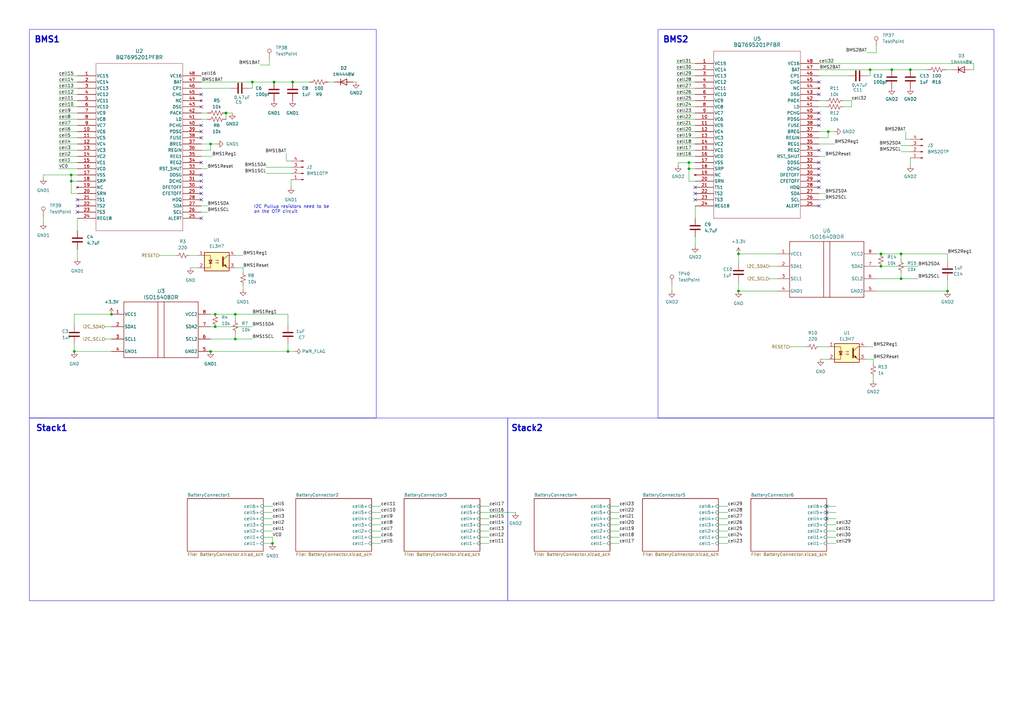
<source format=kicad_sch>
(kicad_sch (version 20231120) (generator "eeschema") (generator_version "8.0")
  (paper "A3")
  (lib_symbols
    (symbol "Connector:Conn_01x04_Pin" (pin_names (offset 1.016) hide)
      (property "Reference" "J" (at 0 5.08 0))
      (property "Value" "Conn_01x04_Pin" (at 0 -7.62 0))
      (symbol "Conn_01x04_Pin_1_1"
        (polyline (pts (xy 1.27 -5.08) (xy 0.8636 -5.08)) (stroke (width 0.1524)))
        (polyline (pts (xy 1.27 -2.54) (xy 0.8636 -2.54)) (stroke (width 0.1524)))
        (polyline (pts (xy 1.27 0) (xy 0.8636 0)) (stroke (width 0.1524)))
        (polyline (pts (xy 1.27 2.54) (xy 0.8636 2.54)) (stroke (width 0.1524)))
        (rectangle (start 0.8636 -4.953) (end 0 -5.207) (stroke (width 0.1524)) (fill (type outline)))
        (rectangle (start 0.8636 -2.413) (end 0 -2.667) (stroke (width 0.1524)) (fill (type outline)))
        (rectangle (start 0.8636 0.127) (end 0 -0.127) (stroke (width 0.1524)) (fill (type outline)))
        (rectangle (start 0.8636 2.667) (end 0 2.413) (stroke (width 0.1524)) (fill (type outline)))
        (pin passive line (at 5.08 2.54 180) (length 3.81) (name "Pin_1") (number "1"))
        (pin passive line (at 5.08 0 180) (length 3.81) (name "Pin_2") (number "2"))
        (pin passive line (at 5.08 -2.54 180) (length 3.81) (name "Pin_3") (number "3"))
        (pin passive line (at 5.08 -5.08 180) (length 3.81) (name "Pin_4") (number "4"))
      )
    )
    (symbol "Connector:TestPoint" (pin_numbers hide) (pin_names (offset 0.762) hide)
      (property "Reference" "TP" (at 0 6.858 0))
      (property "Value" "TestPoint" (at 0 5.08 0))
      (symbol "TestPoint_0_1"
        (circle (center 0 3.302) (radius 0.762))
      )
      (symbol "TestPoint_1_1"
        (pin passive line (at 0 0 90) (length 2.54) (name "1") (number "1"))
      )
    )
    (symbol "Device:C" (pin_numbers hide) (pin_names (offset 0.254))
      (property "Reference" "C" (at 0.635 2.54 0))
      (property "Value" "C" (at 0.635 -2.54 0))
      (symbol "C_0_1"
        (polyline (pts (xy -2.032 -0.762) (xy 2.032 -0.762)) (stroke (width 0.508)))
        (polyline (pts (xy -2.032 0.762) (xy 2.032 0.762)) (stroke (width 0.508)))
      )
      (symbol "C_1_1"
        (pin passive line (at 0 3.81 270) (length 2.794) (name "~") (number "1"))
        (pin passive line (at 0 -3.81 90) (length 2.794) (name "~") (number "2"))
      )
    )
    (symbol "Device:R_Small_US" (pin_numbers hide) (pin_names (offset 0.254) hide)
      (property "Reference" "R" (at 0.762 0.508 0))
      (property "Value" "R_Small_US" (at 0.762 -1.016 0))
      (symbol "R_Small_US_1_1"
        (polyline (pts (xy 0 0) (xy 1.016 -0.381) (xy 0 -0.762) (xy -1.016 -1.143) (xy 0 -1.524)))
        (polyline (pts (xy 0 1.524) (xy 1.016 1.143) (xy 0 0.762) (xy -1.016 0.381) (xy 0 0)))
        (pin passive line (at 0 2.54 270) (length 1.016) (name "~") (number "1"))
        (pin passive line (at 0 -2.54 90) (length 1.016) (name "~") (number "2"))
      )
    )
    (symbol "Device:R_US" (pin_numbers hide) (pin_names (offset 0))
      (property "Reference" "R" (at 2.54 0 90))
      (property "Value" "R_US" (at -2.54 0 90))
      (symbol "R_US_0_1"
        (polyline (pts (xy 0 -2.286) (xy 0 -2.54)))
        (polyline (pts (xy 0 2.286) (xy 0 2.54)))
        (polyline (pts (xy 0 -0.762) (xy 1.016 -1.143) (xy 0 -1.524) (xy -1.016 -1.905) (xy 0 -2.286)))
        (polyline (pts (xy 0 0.762) (xy 1.016 0.381) (xy 0 0) (xy -1.016 -0.381) (xy 0 -0.762)))
        (polyline (pts (xy 0 2.286) (xy 1.016 1.905) (xy 0 1.524) (xy -1.016 1.143) (xy 0 0.762)))
      )
      (symbol "R_US_1_1"
        (pin passive line (at 0 3.81 270) (length 1.27) (name "~") (number "1"))
        (pin passive line (at 0 -3.81 90) (length 1.27) (name "~") (number "2"))
      )
    )
    (symbol "Diode:1N4448W" (pin_numbers hide) (pin_names hide)
      (property "Reference" "D" (at 0 2.54 0))
      (property "Value" "1N4448W" (at 0 -2.54 0))
      (symbol "1N4448W_0_1"
        (polyline (pts (xy -1.27 1.27) (xy -1.27 -1.27)) (stroke (width 0.254)))
        (polyline (pts (xy 1.27 0) (xy -1.27 0)))
        (polyline (pts (xy 1.27 1.27) (xy 1.27 -1.27) (xy -1.27 0) (xy 1.27 1.27)) (stroke (width 0.254)))
      )
      (symbol "1N4448W_1_1"
        (pin passive line (at -3.81 0 0) (length 2.54) (name "K") (number "1"))
        (pin passive line (at 3.81 0 180) (length 2.54) (name "A") (number "2"))
      )
    )
    (symbol "Isolator:EL817" (pin_names (offset 1.016))
      (property "Reference" "U" (at -5.08 5.08 0))
      (property "Value" "EL817" (at 0 5.08 0))
      (symbol "EL817_0_1"
        (rectangle (start -5.08 3.81) (end 5.08 -3.81) (stroke (width 0.254)) (fill (type background)))
        (polyline (pts (xy -3.175 -0.635) (xy -1.905 -0.635)) (stroke (width 0.254)))
        (polyline (pts (xy 2.54 0.635) (xy 4.445 2.54)))
        (polyline (pts (xy 4.445 -2.54) (xy 2.54 -0.635)) (fill (type outline)))
        (polyline (pts (xy 4.445 -2.54) (xy 5.08 -2.54)))
        (polyline (pts (xy 4.445 2.54) (xy 5.08 2.54)))
        (polyline (pts (xy -5.08 2.54) (xy -2.54 2.54) (xy -2.54 -0.635)))
        (polyline (pts (xy -2.54 -0.635) (xy -2.54 -2.54) (xy -5.08 -2.54)))
        (polyline (pts (xy 2.54 1.905) (xy 2.54 -1.905) (xy 2.54 -1.905)) (stroke (width 0.508)))
        (polyline (pts (xy -2.54 -0.635) (xy -3.175 0.635) (xy -1.905 0.635) (xy -2.54 -0.635)) (stroke (width 0.254)))
        (polyline (pts (xy -0.508 -0.508) (xy 0.762 -0.508) (xy 0.381 -0.635) (xy 0.381 -0.381) (xy 0.762 -0.508)))
        (polyline (pts (xy -0.508 0.508) (xy 0.762 0.508) (xy 0.381 0.381) (xy 0.381 0.635) (xy 0.762 0.508)))
        (polyline (pts (xy 3.048 -1.651) (xy 3.556 -1.143) (xy 4.064 -2.159) (xy 3.048 -1.651) (xy 3.048 -1.651)) (fill (type outline)))
      )
      (symbol "EL817_1_1"
        (pin passive line (at -7.62 2.54 0) (length 2.54) (name "~") (number "1"))
        (pin passive line (at -7.62 -2.54 0) (length 2.54) (name "~") (number "2"))
        (pin passive line (at 7.62 -2.54 180) (length 2.54) (name "~") (number "3"))
        (pin passive line (at 7.62 2.54 180) (length 2.54) (name "~") (number "4"))
      )
    )
    (symbol "power:+3.3V" (power) (pin_names (offset 0))
      (property "Value" "+3.3V" (at 0 3.556 0))
      (symbol "+3.3V_0_1"
        (polyline (pts (xy -0.762 1.27) (xy 0 2.54)))
        (polyline (pts (xy 0 0) (xy 0 2.54)))
        (polyline (pts (xy 0 2.54) (xy 0.762 1.27)))
      )
      (symbol "+3.3V_1_1"
        (pin power_in line (at 0 0 90) (length 0) hide (name "+3.3V") (number "1"))
      )
    )
    (symbol "power:GND" (power) (pin_names (offset 0))
      (property "Value" "GND" (at 0 -3.81 0))
      (symbol "GND_0_1"
        (polyline (pts (xy 0 0) (xy 0 -1.27) (xy 1.27 -1.27) (xy 0 -2.54) (xy -1.27 -1.27) (xy 0 -1.27)))
      )
      (symbol "GND_1_1"
        (pin power_in line (at 0 0 270) (length 0) hide (name "GND") (number "1"))
      )
    )
    (symbol "power:GND1" (power) (pin_names (offset 0))
      (property "Value" "GND1" (at 0 -3.81 0))
      (symbol "GND1_0_1"
        (polyline (pts (xy 0 0) (xy 0 -1.27) (xy 1.27 -1.27) (xy 0 -2.54) (xy -1.27 -1.27) (xy 0 -1.27)))
      )
      (symbol "GND1_1_1"
        (pin power_in line (at 0 0 270) (length 0) hide (name "GND1") (number "1"))
      )
    )
    (symbol "power:GND2" (power) (pin_names (offset 0))
      (property "Value" "GND2" (at 0 -3.81 0))
      (symbol "GND2_0_1"
        (polyline (pts (xy 0 0) (xy 0 -1.27) (xy 1.27 -1.27) (xy 0 -2.54) (xy -1.27 -1.27) (xy 0 -1.27)))
      )
      (symbol "GND2_1_1"
        (pin power_in line (at 0 0 270) (length 0) hide (name "GND2") (number "1"))
      )
    )
    (symbol "power:PWR_FLAG" (power) (pin_numbers hide) (pin_names (offset 0) hide)
      (property "Value" "PWR_FLAG" (at 0 3.81 0))
      (symbol "PWR_FLAG_0_0"
        (pin power_out line (at 0 0 90) (length 0) (name "pwr") (number "1"))
      )
      (symbol "PWR_FLAG_0_1"
        (polyline (pts (xy 0 0) (xy 0 1.27) (xy -1.016 1.905) (xy 0 2.54) (xy 1.016 1.905) (xy 0 1.27)))
      )
    )
    (symbol "utsvt-chips:BQ7695201PFBR" (pin_names (offset 0.254))
      (property "Reference" "U" (at 25.4 10.16 0))
      (property "Value" "BQ7695201PFBR" (at 25.4 7.62 0))
      (symbol "BQ7695201PFBR_0_1"
        (polyline (pts (xy 7.62 -63.5) (xy 43.18 -63.5)) (stroke (width 0.127)))
        (polyline (pts (xy 7.62 5.08) (xy 7.62 -63.5)) (stroke (width 0.127)))
        (polyline (pts (xy 43.18 -63.5) (xy 43.18 5.08)) (stroke (width 0.127)))
        (polyline (pts (xy 43.18 5.08) (xy 7.62 5.08)) (stroke (width 0.127)))
        (pin input line (at 0 0 0) (length 7.62) (name "VC15") (number "1"))
        (pin input line (at 0 -22.86 0) (length 7.62) (name "VC6") (number "10"))
        (pin input line (at 0 -25.4 0) (length 7.62) (name "VC5") (number "11"))
        (pin input line (at 0 -27.94 0) (length 7.62) (name "VC4") (number "12"))
        (pin input line (at 0 -30.48 0) (length 7.62) (name "VC3") (number "13"))
        (pin input line (at 0 -33.02 0) (length 7.62) (name "VC2") (number "14"))
        (pin input line (at 0 -35.56 0) (length 7.62) (name "VC1") (number "15"))
        (pin input line (at 0 -38.1 0) (length 7.62) (name "VC0") (number "16"))
        (pin power_in line (at 0 -40.64 0) (length 7.62) (name "VSS") (number "17"))
        (pin input line (at 0 -43.18 0) (length 7.62) (name "SRP") (number "18"))
        (pin no_connect line (at 0 -45.72 0) (length 7.62) (name "NC") (number "19"))
        (pin input line (at 0 -2.54 0) (length 7.62) (name "VC14") (number "2"))
        (pin bidirectional line (at 0 -50.8 0) (length 7.62) (name "TS1") (number "21"))
        (pin bidirectional line (at 0 -53.34 0) (length 7.62) (name "TS2") (number "22"))
        (pin bidirectional line (at 0 -55.88 0) (length 7.62) (name "TS3") (number "23"))
        (pin output line (at 0 -58.42 0) (length 7.62) (name "REG18") (number "24"))
        (pin bidirectional line (at 50.8 -58.42 180) (length 7.62) (name "ALERT") (number "25"))
        (pin bidirectional line (at 50.8 -55.88 180) (length 7.62) (name "SCL") (number "26"))
        (pin bidirectional line (at 50.8 -53.34 180) (length 7.62) (name "SDA") (number "27"))
        (pin bidirectional line (at 50.8 -50.8 180) (length 7.62) (name "HDQ") (number "28"))
        (pin bidirectional line (at 50.8 -48.26 180) (length 7.62) (name "CFETOFF") (number "29"))
        (pin input line (at 0 -5.08 0) (length 7.62) (name "VC13") (number "3"))
        (pin bidirectional line (at 50.8 -45.72 180) (length 7.62) (name "DFETOFF") (number "30"))
        (pin bidirectional line (at 50.8 -43.18 180) (length 7.62) (name "DCHG") (number "31"))
        (pin bidirectional line (at 50.8 -40.64 180) (length 7.62) (name "DDSG") (number "32"))
        (pin input line (at 50.8 -38.1 180) (length 7.62) (name "RST_SHUT") (number "33"))
        (pin output line (at 50.8 -35.56 180) (length 7.62) (name "REG2") (number "34"))
        (pin output line (at 50.8 -33.02 180) (length 7.62) (name "REG1") (number "35"))
        (pin input line (at 50.8 -30.48 180) (length 7.62) (name "REGIN") (number "36"))
        (pin output line (at 50.8 -27.94 180) (length 7.62) (name "BREG") (number "37"))
        (pin bidirectional line (at 50.8 -25.4 180) (length 7.62) (name "FUSE") (number "38"))
        (pin output line (at 50.8 -22.86 180) (length 7.62) (name "PDSG") (number "39"))
        (pin input line (at 0 -7.62 0) (length 7.62) (name "VC12") (number "4"))
        (pin output line (at 50.8 -20.32 180) (length 7.62) (name "PCHG") (number "40"))
        (pin bidirectional line (at 50.8 -17.78 180) (length 7.62) (name "LD") (number "41"))
        (pin input line (at 50.8 -15.24 180) (length 7.62) (name "PACK") (number "42"))
        (pin output line (at 50.8 -12.7 180) (length 7.62) (name "DSG") (number "43"))
        (pin no_connect line (at 50.8 -10.16 180) (length 7.62) (name "NC") (number "44"))
        (pin output line (at 50.8 -7.62 180) (length 7.62) (name "CHG") (number "45"))
        (pin bidirectional line (at 50.8 -5.08 180) (length 7.62) (name "CP1") (number "46"))
        (pin input line (at 50.8 -2.54 180) (length 7.62) (name "BAT") (number "47"))
        (pin input line (at 50.8 0 180) (length 7.62) (name "VC16") (number "48"))
        (pin input line (at 0 -10.16 0) (length 7.62) (name "VC11") (number "5"))
        (pin input line (at 0 -12.7 0) (length 7.62) (name "VC10") (number "6"))
        (pin input line (at 0 -15.24 0) (length 7.62) (name "VC9") (number "7"))
        (pin input line (at 0 -17.78 0) (length 7.62) (name "VC8") (number "8"))
        (pin input line (at 0 -20.32 0) (length 7.62) (name "VC7") (number "9"))
      )
      (symbol "BQ7695201PFBR_1_1"
        (pin input line (at 0 -48.26 0) (length 7.62) (name "SRN") (number "20"))
      )
    )
    (symbol "utsvt-chips:ISO1640BDR" (pin_names (offset 0.254))
      (property "Reference" "U" (at 0 2.54 0))
      (property "Value" "ISO1640BDR" (at 0 0 0))
      (symbol "ISO1640BDR_0_1"
        (polyline (pts (xy 5.08 -17.78) (xy 35.56 -17.78)) (stroke (width 0.2032)))
        (polyline (pts (xy 5.08 5.08) (xy 5.08 -17.78)) (stroke (width 0.2032)))
        (polyline (pts (xy 19.05 5.08) (xy 19.05 -17.78)) (stroke (width 0.2032)))
        (polyline (pts (xy 21.59 5.08) (xy 21.59 -17.78)) (stroke (width 0.2032)))
        (polyline (pts (xy 35.56 -17.78) (xy 35.56 5.08)) (stroke (width 0.2032)))
        (polyline (pts (xy 35.56 5.08) (xy 5.08 5.08)) (stroke (width 0.2032)))
        (pin power_in line (at 0 0 0) (length 5.08) (name "VCC1") (number "1"))
        (pin bidirectional line (at 0 -5.08 0) (length 5.08) (name "SDA1") (number "2"))
        (pin bidirectional line (at 0 -10.16 0) (length 5.08) (name "SCL1") (number "3"))
        (pin power_in line (at 0 -15.24 0) (length 5.08) (name "GND1") (number "4"))
        (pin power_in line (at 40.64 -15.24 180) (length 5.08) (name "GND2") (number "5"))
        (pin bidirectional line (at 40.64 -10.16 180) (length 5.08) (name "SCL2") (number "6"))
        (pin bidirectional line (at 40.64 -5.08 180) (length 5.08) (name "SDA2") (number "7"))
        (pin power_in line (at 40.64 0 180) (length 5.08) (name "VCC2") (number "8"))
      )
    )
  )
  (junction (at 29.21 74.295))
  (junction (at 86.36 144.145))
  (junction (at 96.52 139.065))
  (junction (at 302.895 104.14))
  (junction (at 120.015 33.655))
  (junction (at 86.36 59.055))
  (junction (at 103.505 33.655))
  (junction (at 118.11 144.145))
  (junction (at 339.725 53.975))
  (junction (at 361.315 109.22))
  (junction (at 112.395 33.655))
  (junction (at 111.76 222.885))
  (junction (at 282.575 66.675))
  (junction (at 282.575 69.215))
  (junction (at 45.72 128.905))
  (junction (at 88.265 133.985))
  (junction (at 369.57 104.14))
  (junction (at 365.76 28.575))
  (junction (at 29.21 71.755))
  (junction (at 356.87 28.575))
  (junction (at 361.315 104.14))
  (junction (at 30.48 144.145))
  (junction (at 388.62 119.38))
  (junction (at 96.52 128.905))
  (junction (at 369.57 114.3))
  (junction (at 302.895 119.38))
  (junction (at 373.38 28.575))
  (junction (at 92.71 46.355))
  (junction (at 88.265 128.905))
  (no_connect (at 335.915 61.595))
  (no_connect (at 335.915 51.435))
  (no_connect (at 335.915 38.735))
  (no_connect (at 82.55 56.515))
  (no_connect (at 339.09 210.185))
  (no_connect (at 335.915 84.455))
  (no_connect (at 335.915 74.295))
  (no_connect (at 335.915 76.835))
  (no_connect (at 285.115 79.375))
  (no_connect (at 285.115 76.835))
  (no_connect (at 82.55 89.535))
  (no_connect (at 82.55 43.815))
  (no_connect (at 82.55 81.915))
  (no_connect (at 82.55 79.375))
  (no_connect (at 335.915 46.355))
  (no_connect (at 335.915 71.755))
  (no_connect (at 31.75 84.455))
  (no_connect (at 335.915 33.655))
  (no_connect (at 335.915 48.895))
  (no_connect (at 82.55 76.835))
  (no_connect (at 82.55 66.675))
  (no_connect (at 339.09 207.645))
  (no_connect (at 31.75 86.995))
  (no_connect (at 335.915 66.675))
  (no_connect (at 82.55 71.755))
  (no_connect (at 82.55 38.735))
  (no_connect (at 82.55 53.975))
  (no_connect (at 335.915 69.215))
  (no_connect (at 31.75 81.915))
  (no_connect (at 285.115 81.915))
  (no_connect (at 82.55 51.435))
  (no_connect (at 339.09 212.725))
  (no_connect (at 82.55 74.295))
  (wire (pts (xy 277.495 48.895) (xy 285.115 48.895)))
  (wire (pts (xy 88.265 133.985) (xy 103.505 133.985)))
  (wire (pts (xy 88.9 59.055) (xy 86.36 59.055)))
  (wire (pts (xy 302.895 115.57) (xy 302.895 119.38)))
  (wire (pts (xy 152.4 217.805) (xy 156.21 217.805)))
  (wire (pts (xy 277.495 59.055) (xy 285.115 59.055)))
  (wire (pts (xy 88.265 128.905) (xy 96.52 128.905)))
  (wire (pts (xy 361.315 104.14) (xy 369.57 104.14)))
  (wire (pts (xy 277.495 53.975) (xy 285.115 53.975)))
  (wire (pts (xy 399.415 26.035) (xy 399.415 28.575)))
  (wire (pts (xy 365.76 28.575) (xy 373.38 28.575)))
  (wire (pts (xy 107.95 220.345) (xy 111.76 220.345)))
  (wire (pts (xy 359.41 21.59) (xy 359.41 19.05)))
  (wire (pts (xy 109.22 71.12) (xy 119.38 71.12)))
  (wire (pts (xy 24.13 38.735) (xy 31.75 38.735)))
  (wire (pts (xy 103.505 33.655) (xy 112.395 33.655)))
  (wire (pts (xy 82.55 48.895) (xy 85.09 48.895)))
  (wire (pts (xy 294.64 217.805) (xy 298.45 217.805)))
  (wire (pts (xy 335.915 81.915) (xy 338.455 81.915)))
  (wire (pts (xy 277.495 46.355) (xy 285.115 46.355)))
  (wire (pts (xy 78.105 109.855) (xy 81.28 109.855)))
  (wire (pts (xy 24.13 53.975) (xy 31.75 53.975)))
  (wire (pts (xy 30.48 140.97) (xy 30.48 144.145)))
  (wire (pts (xy 24.13 61.595) (xy 31.75 61.595)))
  (wire (pts (xy 342.265 53.975) (xy 339.725 53.975)))
  (wire (pts (xy 277.495 61.595) (xy 285.115 61.595)))
  (wire (pts (xy 277.495 26.035) (xy 285.115 26.035)))
  (wire (pts (xy 356.87 28.575) (xy 365.76 28.575)))
  (wire (pts (xy 358.14 147.32) (xy 358.14 149.225)))
  (wire (pts (xy 339.09 212.725) (xy 342.9 212.725)))
  (wire (pts (xy 29.21 71.755) (xy 31.75 71.755)))
  (wire (pts (xy 24.13 48.895) (xy 31.75 48.895)))
  (wire (pts (xy 107.95 212.725) (xy 111.76 212.725)))
  (wire (pts (xy 339.725 53.975) (xy 339.725 56.515)))
  (wire (pts (xy 152.4 220.345) (xy 156.21 220.345)))
  (wire (pts (xy 86.36 128.905) (xy 88.265 128.905)))
  (wire (pts (xy 388.62 114.935) (xy 388.62 119.38)))
  (wire (pts (xy 371.475 53.975) (xy 371.475 57.15)))
  (wire (pts (xy 369.57 104.14) (xy 369.57 106.68)))
  (wire (pts (xy 82.55 69.215) (xy 85.09 69.215)))
  (wire (pts (xy 387.985 28.575) (xy 390.525 28.575)))
  (wire (pts (xy 359.41 114.3) (xy 369.57 114.3)))
  (wire (pts (xy 152.4 207.645) (xy 156.21 207.645)))
  (wire (pts (xy 302.895 104.14) (xy 318.77 104.14)))
  (wire (pts (xy 24.13 46.355) (xy 31.75 46.355)))
  (wire (pts (xy 24.13 69.215) (xy 31.75 69.215)))
  (wire (pts (xy 30.48 128.905) (xy 45.72 128.905)))
  (wire (pts (xy 250.19 212.725) (xy 254 212.725)))
  (wire (pts (xy 31.75 102.235) (xy 31.75 106.045)))
  (wire (pts (xy 369.57 62.23) (xy 373.38 62.23)))
  (wire (pts (xy 250.19 207.645) (xy 254 207.645)))
  (wire (pts (xy 354.965 147.32) (xy 358.14 147.32)))
  (wire (pts (xy 24.13 64.135) (xy 31.75 64.135)))
  (wire (pts (xy 99.695 116.84) (xy 99.695 118.745)))
  (wire (pts (xy 106.68 26.67) (xy 110.49 26.67)))
  (wire (pts (xy 118.11 144.145) (xy 86.36 144.145)))
  (wire (pts (xy 369.57 59.69) (xy 373.38 59.69)))
  (wire (pts (xy 294.64 215.265) (xy 298.45 215.265)))
  (wire (pts (xy 99.695 109.855) (xy 99.695 111.76)))
  (wire (pts (xy 277.495 28.575) (xy 285.115 28.575)))
  (wire (pts (xy 86.36 133.985) (xy 88.265 133.985)))
  (wire (pts (xy 282.575 66.675) (xy 285.115 66.675)))
  (wire (pts (xy 24.13 36.195) (xy 31.75 36.195)))
  (wire (pts (xy 152.4 215.265) (xy 156.21 215.265)))
  (wire (pts (xy 339.09 210.185) (xy 342.9 210.185)))
  (wire (pts (xy 24.13 59.055) (xy 31.75 59.055)))
  (wire (pts (xy 24.13 51.435) (xy 31.75 51.435)))
  (wire (pts (xy 119.38 76.835) (xy 119.38 73.66)))
  (wire (pts (xy 111.76 220.345) (xy 111.76 222.885)))
  (wire (pts (xy 356.87 28.575) (xy 356.87 31.115)))
  (wire (pts (xy 339.09 207.645) (xy 342.9 207.645)))
  (wire (pts (xy 302.895 119.38) (xy 318.77 119.38)))
  (wire (pts (xy 92.71 46.355) (xy 92.71 48.895)))
  (wire (pts (xy 358.14 142.24) (xy 354.965 142.24)))
  (wire (pts (xy 315.595 114.3) (xy 318.77 114.3)))
  (wire (pts (xy 196.85 207.645) (xy 200.66 207.645)))
  (wire (pts (xy 277.495 33.655) (xy 285.115 33.655)))
  (wire (pts (xy 398.145 28.575) (xy 399.415 28.575)))
  (wire (pts (xy 373.38 67.945) (xy 373.38 64.77)))
  (wire (pts (xy 152.4 212.725) (xy 156.21 212.725)))
  (wire (pts (xy 323.85 142.24) (xy 330.835 142.24)))
  (wire (pts (xy 17.78 73.025) (xy 17.78 71.755)))
  (wire (pts (xy 277.495 51.435) (xy 285.115 51.435)))
  (wire (pts (xy 359.41 109.22) (xy 361.315 109.22)))
  (wire (pts (xy 96.52 128.905) (xy 118.11 128.905)))
  (wire (pts (xy 339.09 215.265) (xy 342.9 215.265)))
  (wire (pts (xy 117.475 62.865) (xy 117.475 66.04)))
  (wire (pts (xy 346.075 43.815) (xy 349.25 43.815)))
  (wire (pts (xy 196.85 222.885) (xy 200.66 222.885)))
  (wire (pts (xy 152.4 210.185) (xy 156.21 210.185)))
  (wire (pts (xy 277.495 56.515) (xy 285.115 56.515)))
  (wire (pts (xy 107.95 210.185) (xy 111.76 210.185)))
  (wire (pts (xy 294.64 210.185) (xy 298.45 210.185)))
  (wire (pts (xy 107.95 215.265) (xy 111.76 215.265)))
  (wire (pts (xy 24.13 43.815) (xy 31.75 43.815)))
  (wire (pts (xy 43.18 139.065) (xy 45.72 139.065)))
  (wire (pts (xy 275.59 116.84) (xy 275.59 119.38)))
  (wire (pts (xy 24.13 31.115) (xy 31.75 31.115)))
  (wire (pts (xy 144.78 33.655) (xy 146.05 33.655)))
  (wire (pts (xy 120.015 33.655) (xy 127 33.655)))
  (wire (pts (xy 96.52 139.065) (xy 103.505 139.065)))
  (wire (pts (xy 82.55 64.135) (xy 86.995 64.135)))
  (wire (pts (xy 355.6 31.115) (xy 356.87 31.115)))
  (wire (pts (xy 335.915 31.115) (xy 347.98 31.115)))
  (wire (pts (xy 250.19 215.265) (xy 254 215.265)))
  (wire (pts (xy 30.48 128.905) (xy 30.48 133.35)))
  (wire (pts (xy 196.85 210.185) (xy 211.455 210.185)))
  (wire (pts (xy 294.64 212.725) (xy 298.45 212.725)))
  (wire (pts (xy 120.65 144.145) (xy 118.11 144.145)))
  (wire (pts (xy 118.11 140.97) (xy 118.11 144.145)))
  (wire (pts (xy 99.695 104.775) (xy 96.52 104.775)))
  (wire (pts (xy 82.55 33.655) (xy 103.505 33.655)))
  (wire (pts (xy 335.915 64.135) (xy 338.455 64.135)))
  (wire (pts (xy 294.64 220.345) (xy 298.45 220.345)))
  (wire (pts (xy 112.395 33.655) (xy 120.015 33.655)))
  (wire (pts (xy 373.38 28.575) (xy 380.365 28.575)))
  (wire (pts (xy 335.915 53.975) (xy 339.725 53.975)))
  (wire (pts (xy 134.62 33.655) (xy 137.16 33.655)))
  (wire (pts (xy 196.85 215.265) (xy 200.66 215.265)))
  (wire (pts (xy 250.19 222.885) (xy 254 222.885)))
  (wire (pts (xy 358.14 154.305) (xy 358.14 156.21)))
  (wire (pts (xy 29.21 79.375) (xy 29.21 74.295)))
  (wire (pts (xy 388.62 104.14) (xy 388.62 107.315)))
  (wire (pts (xy 282.575 69.215) (xy 282.575 66.675)))
  (wire (pts (xy 82.55 36.195) (xy 94.615 36.195)))
  (wire (pts (xy 107.95 217.805) (xy 111.76 217.805)))
  (wire (pts (xy 107.95 207.645) (xy 111.76 207.645)))
  (wire (pts (xy 369.57 111.76) (xy 369.57 114.3)))
  (wire (pts (xy 196.85 212.725) (xy 200.66 212.725)))
  (wire (pts (xy 359.41 119.38) (xy 388.62 119.38)))
  (wire (pts (xy 277.495 36.195) (xy 285.115 36.195)))
  (wire (pts (xy 103.505 33.655) (xy 103.505 36.195)))
  (wire (pts (xy 31.75 74.295) (xy 29.21 74.295)))
  (wire (pts (xy 250.19 220.345) (xy 254 220.345)))
  (wire (pts (xy 302.895 104.14) (xy 302.895 107.95)))
  (wire (pts (xy 335.915 59.055) (xy 342.265 59.055)))
  (wire (pts (xy 17.78 71.755) (xy 29.21 71.755)))
  (wire (pts (xy 349.25 41.275) (xy 349.25 43.815)))
  (wire (pts (xy 196.85 217.805) (xy 200.66 217.805)))
  (wire (pts (xy 315.595 109.22) (xy 318.77 109.22)))
  (wire (pts (xy 278.13 67.945) (xy 278.13 66.675)))
  (wire (pts (xy 277.495 38.735) (xy 285.115 38.735)))
  (wire (pts (xy 86.36 61.595) (xy 82.55 61.595)))
  (wire (pts (xy 24.13 56.515) (xy 31.75 56.515)))
  (wire (pts (xy 335.915 79.375) (xy 338.455 79.375)))
  (wire (pts (xy 294.64 207.645) (xy 298.45 207.645)))
  (wire (pts (xy 335.915 43.815) (xy 338.455 43.815)))
  (wire (pts (xy 92.71 46.355) (xy 95.25 46.355)))
  (wire (pts (xy 29.21 74.295) (xy 29.21 71.755)))
  (wire (pts (xy 339.09 222.885) (xy 342.9 222.885)))
  (wire (pts (xy 82.55 86.995) (xy 85.09 86.995)))
  (wire (pts (xy 17.78 88.9) (xy 17.78 91.44)))
  (wire (pts (xy 117.475 66.04) (xy 119.38 66.04)))
  (wire (pts (xy 152.4 222.885) (xy 156.21 222.885)))
  (wire (pts (xy 96.52 128.905) (xy 96.52 131.445)))
  (wire (pts (xy 77.47 104.775) (xy 81.28 104.775)))
  (wire (pts (xy 24.13 41.275) (xy 31.75 41.275)))
  (wire (pts (xy 110.49 26.67) (xy 110.49 24.13)))
  (wire (pts (xy 369.57 114.3) (xy 376.555 114.3)))
  (wire (pts (xy 30.48 144.145) (xy 45.72 144.145)))
  (wire (pts (xy 355.6 21.59) (xy 359.41 21.59)))
  (wire (pts (xy 282.575 74.295) (xy 282.575 69.215)))
  (wire (pts (xy 335.915 142.24) (xy 339.725 142.24)))
  (wire (pts (xy 339.09 220.345) (xy 342.9 220.345)))
  (wire (pts (xy 65.405 104.775) (xy 72.39 104.775)))
  (wire (pts (xy 43.18 133.985) (xy 45.72 133.985)))
  (wire (pts (xy 285.115 84.455) (xy 285.115 89.535)))
  (wire (pts (xy 31.75 79.375) (xy 29.21 79.375)))
  (wire (pts (xy 277.495 41.275) (xy 285.115 41.275)))
  (wire (pts (xy 96.52 136.525) (xy 96.52 139.065)))
  (wire (pts (xy 278.13 66.675) (xy 282.575 66.675)))
  (wire (pts (xy 107.95 222.885) (xy 111.76 222.885)))
  (wire (pts (xy 86.36 139.065) (xy 96.52 139.065)))
  (wire (pts (xy 82.55 84.455) (xy 85.09 84.455)))
  (wire (pts (xy 359.41 104.14) (xy 361.315 104.14)))
  (wire (pts (xy 294.64 222.885) (xy 298.45 222.885)))
  (wire (pts (xy 196.85 220.345) (xy 200.66 220.345)))
  (wire (pts (xy 250.19 210.185) (xy 254 210.185)))
  (wire (pts (xy 31.75 89.535) (xy 31.75 94.615)))
  (wire (pts (xy 346.075 41.275) (xy 349.25 41.275)))
  (wire (pts (xy 24.13 33.655) (xy 31.75 33.655)))
  (wire (pts (xy 335.915 28.575) (xy 356.87 28.575)))
  (wire (pts (xy 371.475 57.15) (xy 373.38 57.15)))
  (wire (pts (xy 102.235 36.195) (xy 103.505 36.195)))
  (wire (pts (xy 82.55 59.055) (xy 86.36 59.055)))
  (wire (pts (xy 339.725 56.515) (xy 335.915 56.515)))
  (wire (pts (xy 277.495 64.135) (xy 285.115 64.135)))
  (wire (pts (xy 277.495 31.115) (xy 285.115 31.115)))
  (wire (pts (xy 336.55 147.32) (xy 339.725 147.32)))
  (wire (pts (xy 285.115 74.295) (xy 282.575 74.295)))
  (wire (pts (xy 118.11 133.35) (xy 118.11 128.905)))
  (wire (pts (xy 277.495 43.815) (xy 285.115 43.815)))
  (wire (pts (xy 369.57 104.14) (xy 388.62 104.14)))
  (wire (pts (xy 335.915 41.275) (xy 338.455 41.275)))
  (wire (pts (xy 24.13 66.675) (xy 31.75 66.675)))
  (wire (pts (xy 361.315 109.22) (xy 376.555 109.22)))
  (wire (pts (xy 86.36 59.055) (xy 86.36 61.595)))
  (wire (pts (xy 96.52 109.855) (xy 99.695 109.855)))
  (wire (pts (xy 285.115 69.215) (xy 282.575 69.215)))
  (wire (pts (xy 250.19 217.805) (xy 254 217.805)))
  (wire (pts (xy 339.09 217.805) (xy 342.9 217.805)))
  (wire (pts (xy 109.22 68.58) (xy 119.38 68.58)))
  (wire (pts (xy 335.915 26.035) (xy 399.415 26.035)))
  (wire (pts (xy 285.115 97.155) (xy 285.115 100.965)))
  (wire (pts (xy 82.55 46.355) (xy 85.09 46.355)))
  (rectangle (start 12.065 12.065) (end 154.305 171.45))
  (rectangle (start 269.875 12.065) (end 407.67 171.45))
  (rectangle (start 208.28 171.45) (end 407.67 246.38))
  (rectangle (start 12.065 171.45) (end 208.28 246.38))
  (text "Stack2" (at 209.55 177.165 0) (effects (font (size 2.5 2.5) (thickness 0.5) (bold yes)) (justify left bottom)))
  (text "BMS2" (at 271.78 17.78 0) (effects (font (size 2.5 2.5) (thickness 0.5) (bold yes)) (justify left bottom)))
  (text "BMS1" (at 13.97 17.78 0) (effects (font (size 2.5 2.5) (thickness 0.5) (bold yes)) (justify left bottom)))
  (text "Stack1" (at 14.605 177.165 0) (effects (font (size 2.5 2.5) (thickness 0.5) (bold yes)) (justify left bottom)))
  (text "I2C Pullup resistors need to be \non the OTP circuit" (at 104.14 87.63 0) (effects (font (size 1.27 1.27)) (justify left bottom)))
  (label "cell16" (at 200.66 210.185 0))
  (label "cell7" (at 156.21 217.805 0))
  (label "cell30" (at 277.495 28.575 0))
  (label "BMS1Reg1" (at 103.505 128.905 0))
  (label "cell6" (at 24.13 53.975 0))
  (label "cell19" (at 254 217.805 0))
  (label "BMS1Reg1" (at 99.695 104.775 0))
  (label "BMS2BAT" (at 355.6 21.59 180))
  (label "cell26" (at 277.495 38.735 0))
  (label "cell16" (at 277.495 64.135 0))
  (label "BMS1SDA" (at 103.505 133.985 0))
  (label "BMS2Reset" (at 358.14 147.32 0))
  (label "cell12" (at 200.66 220.345 0))
  (label "cell28" (at 277.495 33.655 0))
  (label "cell22" (at 277.495 48.895 0))
  (label "BMS2Reg1" (at 358.14 142.24 0))
  (label "BMS2BAT" (at 371.475 53.975 180))
  (label "cell10" (at 156.21 210.185 0))
  (label "BMS1Reg1" (at 86.995 64.135 0))
  (label "cell20" (at 277.495 53.975 0))
  (label "cell3" (at 111.76 212.725 0))
  (label "cell24" (at 277.495 43.815 0))
  (label "cell10" (at 24.13 43.815 0))
  (label "cell12" (at 24.13 38.735 0))
  (label "cell19" (at 277.495 56.515 0))
  (label "cell32" (at 349.25 41.275 0))
  (label "BMS1SDA" (at 109.22 68.58 180))
  (label "BMS2Reg1" (at 342.265 59.055 0))
  (label "BMS1BAT" (at 91.44 33.655 180))
  (label "cell16" (at 82.55 31.115 0))
  (label "BMS2SDA" (at 369.57 59.69 180))
  (label "cell27" (at 298.45 212.725 0))
  (label "cell29" (at 277.495 31.115 0))
  (label "cell30" (at 342.9 220.345 0))
  (label "cell11" (at 156.21 207.645 0))
  (label "cell17" (at 254 222.885 0))
  (label "cell31" (at 342.9 217.805 0))
  (label "BMS2BAT" (at 344.805 28.575 180))
  (label "cell25" (at 298.45 217.805 0))
  (label "cell21" (at 277.495 51.435 0))
  (label "BMS1SCL" (at 109.22 71.12 180))
  (label "BMS1SCL" (at 85.09 86.995 0))
  (label "cell23" (at 254 207.645 0))
  (label "cell26" (at 298.45 215.265 0))
  (label "cell1" (at 111.76 217.805 0))
  (label "BMS2SDA" (at 376.555 109.22 0))
  (label "cell29" (at 342.9 222.885 0))
  (label "cell11" (at 200.66 222.885 0))
  (label "cell31" (at 277.495 26.035 0))
  (label "cell32" (at 335.915 26.035 0))
  (label "BMS1BAT" (at 106.68 26.67 180))
  (label "BMS2SDA" (at 338.455 79.375 0))
  (label "BMS2Reg1" (at 388.62 104.14 0))
  (label "BMS1Reset" (at 99.695 109.855 0))
  (label "cell17" (at 200.66 207.645 0))
  (label "cell29" (at 298.45 207.645 0))
  (label "cell14" (at 200.66 215.265 0))
  (label "cell28" (at 298.45 210.185 0))
  (label "VC0" (at 24.13 69.215 0))
  (label "cell13" (at 24.13 36.195 0))
  (label "cell21" (at 254 212.725 0))
  (label "cell2" (at 111.76 215.265 0))
  (label "cell15" (at 24.13 31.115 0))
  (label "BMS1BAT" (at 117.475 62.865 180))
  (label "BMS1SCL" (at 103.505 139.065 0))
  (label "cell23" (at 298.45 222.885 0))
  (label "cell17" (at 277.495 61.595 0))
  (label "cell25" (at 277.495 41.275 0))
  (label "BMS2SCL" (at 338.455 81.915 0))
  (label "cell5" (at 111.76 207.645 0))
  (label "BMS2SCL" (at 369.57 62.23 180))
  (label "cell18" (at 254 220.345 0))
  (label "cell24" (at 298.45 220.345 0))
  (label "BMS2Reset" (at 338.455 64.135 0))
  (label "cell1" (at 24.13 66.675 0))
  (label "cell2" (at 24.13 64.135 0))
  (label "cell13" (at 200.66 217.805 0))
  (label "cell8" (at 156.21 215.265 0))
  (label "cell27" (at 277.495 36.195 0))
  (label "cell18" (at 277.495 59.055 0))
  (label "cell5" (at 24.13 56.515 0))
  (label "BMS1Reset" (at 85.09 69.215 0))
  (label "cell4" (at 111.76 210.185 0))
  (label "cell22" (at 254 210.185 0))
  (label "BMS2SCL" (at 376.555 114.3 0))
  (label "cell8" (at 24.13 48.895 0))
  (label "cell6" (at 156.21 220.345 0))
  (label "cell9" (at 24.13 46.355 0))
  (label "BMS1SDA" (at 85.09 84.455 0))
  (label "cell32" (at 342.9 215.265 0))
  (label "cell23" (at 277.495 46.355 0))
  (label "cell11" (at 24.13 41.275 0))
  (label "cell20" (at 254 215.265 0))
  (label "VC0" (at 111.76 220.345 0))
  (label "cell15" (at 200.66 212.725 0))
  (label "cell5" (at 156.21 222.885 0))
  (label "cell9" (at 156.21 212.725 0))
  (label "cell14" (at 24.13 33.655 0))
  (label "cell7" (at 24.13 51.435 0))
  (label "cell4" (at 24.13 59.055 0))
  (label "cell3" (at 24.13 61.595 0))
  (hierarchical_label "I2C_SDA" (shape input) (at 43.18 133.985 180))
  (hierarchical_label "I2C_SCL" (shape input) (at 43.18 139.065 180))
  (hierarchical_label "I2C_SDA" (shape input) (at 315.595 109.22 180))
  (hierarchical_label "RESET" (shape input) (at 65.405 104.775 180))
  (hierarchical_label "RESET" (shape input) (at 323.85 142.24 180))
  (hierarchical_label "I2C_SCL" (shape input) (at 315.595 114.3 180))
  (symbol (lib_id "utsvt-chips:ISO1640BDR") (at 45.72 128.905 0) (unit 1)
    (property "Reference" "U3" (at 66.04 119.38 0) (effects (font (size 1.524 1.524))))
    (property "Value" "ISO1640BDR" (at 66.04 121.92 0) (effects (font (size 1.524 1.524))))
    (property "Footprint" "Package_SO:SOIC-8_3.9x4.9mm_P1.27mm" (effects (hide yes)))
    (property "Datasheet" "https://www.mouser.com/ProductDetail/Texas-Instruments/ISO1640BDR?qs=eP2BKZSCXI7LW%252Bgt82AzLA%3D%3D" (effects (hide yes)))
    (property "P/N" "ISO1640BDR" (effects (hide yes)))
  )
  (symbol (lib_id "Device:C") (at 285.115 93.345 180) (unit 1)
    (property "Reference" "C9" (at 288.925 92.075 0) (effects (justify right)))
    (property "Value" "4.7uF" (at 288.925 94.615 0) (effects (justify right)))
    (property "Footprint" "Capacitor_SMD:C_0805_2012Metric" (effects (hide yes)))
    (property "P/N" "GRM219R6YA475KA73D" (effects (hide yes)))
  )
  (symbol (lib_id "power:GND2") (at 211.455 210.185 0) (unit 1)
    (property "Reference" "#PWR028" (effects (hide yes)))
    (property "Value" "GND2" (at 211.455 214.63 0))
  )
  (symbol (lib_id "Device:R_Small_US") (at 333.375 142.24 90) (unit 1)
    (property "Reference" "R10" (at 333.375 136.525 90))
    (property "Value" "220" (at 333.375 139.065 90))
    (property "Footprint" "Resistor_SMD:R_0805_2012Metric" (effects (hide yes)))
    (property "P/N" "CRCW0805330RJNEAC" (effects (hide yes)))
  )
  (symbol (lib_id "utsvt-chips:ISO1640BDR") (at 318.77 104.14 0) (unit 1)
    (property "Reference" "U6" (at 339.09 94.615 0) (effects (font (size 1.524 1.524))))
    (property "Value" "ISO1640BDR" (at 339.09 97.155 0) (effects (font (size 1.524 1.524))))
    (property "Footprint" "Package_SO:SOIC-8_3.9x4.9mm_P1.27mm" (effects (hide yes)))
    (property "Datasheet" "https://www.mouser.com/ProductDetail/Texas-Instruments/ISO1640BDR?qs=eP2BKZSCXI7LW%252Bgt82AzLA%3D%3D" (effects (hide yes)))
    (property "P/N" "ISO1640BDR" (effects (hide yes)))
  )
  (symbol (lib_id "Device:C") (at 373.38 32.385 180) (unit 1)
    (property "Reference" "C13" (at 377.19 31.115 0) (effects (justify right)))
    (property "Value" "1uF" (at 377.19 33.655 0) (effects (justify right)))
    (property "Footprint" "Capacitor_SMD:C_0805_2012Metric" (effects (hide yes)))
    (property "P/N" "C0805C105J3RECAUTO" (effects (hide yes)))
  )
  (symbol (lib_id "Connector:Conn_01x04_Pin") (at 124.46 71.12 180) (unit 1)
    (property "Reference" "J2" (at 125.73 68.58 0) (effects (justify right)))
    (property "Value" "BMS1OTP" (at 125.73 71.12 0) (effects (justify right)))
    (property "Footprint" "Connector_PinHeader_2.54mm:PinHeader_1x04_P2.54mm_Vertical" (effects (hide yes)))
  )
  (symbol (lib_id "Device:R_Small_US") (at 361.315 106.68 0) (unit 1)
    (property "Reference" "R14" (at 363.855 105.41 0) (effects (justify left)))
    (property "Value" "10k" (at 363.855 107.95 0) (effects (justify left)))
    (property "Footprint" "Resistor_SMD:R_0805_2012Metric" (effects (hide yes)))
    (property "P/N" "CRCW080510K0FKEAC" (effects (hide yes)))
  )
  (symbol (lib_id "power:GND1") (at 88.9 59.055 90) (unit 1)
    (property "Reference" "#PWR020" (effects (hide yes)))
    (property "Value" "GND1" (at 92.71 59.055 90) (effects (justify right)))
  )
  (symbol (lib_id "Connector:TestPoint") (at 275.59 116.84 0) (unit 1)
    (property "Reference" "TP40" (at 278.13 112.2679 0) (effects (justify left)))
    (property "Value" "TestPoint" (at 278.13 114.8079 0) (effects (justify left)))
    (property "Footprint" "TestPoint:TestPoint_Keystone_5005-5009_Compact" (effects (hide yes)))
    (property "Description" "test point" (effects (hide yes)))
  )
  (symbol (lib_id "Device:R_Small_US") (at 99.695 114.3 180) (unit 1)
    (property "Reference" "R8" (at 101.6 113.03 0) (effects (justify right)))
    (property "Value" "10k" (at 101.6 115.57 0) (effects (justify right)))
    (property "Footprint" "Resistor_SMD:R_0805_2012Metric" (effects (hide yes)))
    (property "P/N" "CRCW080510K0FKEAC" (effects (hide yes)))
  )
  (symbol (lib_id "Device:R_Small_US") (at 369.57 109.22 0) (unit 1)
    (property "Reference" "R15" (at 372.11 107.95 0) (effects (justify left)))
    (property "Value" "10k" (at 372.11 110.49 0) (effects (justify left)))
    (property "Footprint" "Resistor_SMD:R_0805_2012Metric" (effects (hide yes)))
    (property "P/N" "CRCW080510K0FKEAC" (effects (hide yes)))
  )
  (symbol (lib_id "power:GND1") (at 119.38 76.835 0) (unit 1)
    (property "Reference" "#PWR025" (effects (hide yes)))
    (property "Value" "GND1" (at 119.38 81.915 0))
  )
  (symbol (lib_id "power:GND2") (at 275.59 119.38 0) (unit 1)
    (property "Reference" "#PWR050" (effects (hide yes)))
    (property "Value" "GND2" (at 275.59 123.825 0))
  )
  (symbol (lib_id "Device:R_Small_US") (at 74.93 104.775 90) (unit 1)
    (property "Reference" "R3" (at 74.93 99.06 90))
    (property "Value" "220" (at 74.93 101.6 90))
    (property "Footprint" "Resistor_SMD:R_0805_2012Metric" (effects (hide yes)))
    (property "P/N" "CRCW0805330RJNEAC" (effects (hide yes)))
  )
  (symbol (lib_id "Device:C") (at 112.395 37.465 180) (unit 1)
    (property "Reference" "C6" (at 104.775 36.195 0) (effects (justify right)))
    (property "Value" "100pF" (at 104.775 38.735 0) (effects (justify right)))
    (property "Footprint" "Capacitor_SMD:C_0805_2012Metric" (effects (hide yes)))
    (property "P/N" "C0805C101FCGACTU" (effects (hide yes)))
  )
  (symbol (lib_id "utsvt-chips:BQ7695201PFBR") (at 285.115 26.035 0) (unit 1)
    (property "Reference" "U5" (at 310.515 15.875 0) (effects (font (size 1.524 1.524))))
    (property "Value" "BQ7695201PFBR" (at 310.515 18.415 0) (effects (font (size 1.524 1.524))))
    (property "Footprint" "Package_QFP:TQFP-48_7x7mm_P0.5mm" (effects (hide yes)))
    (property "Datasheet" "https://www.ti.com/lit/ds/symlink/bq76952.pdf?ts=1703296383409&ref_url=https%253A%252F%252Fwww.ti.com%252Fproduct%252FBQ76952%252Fpart-details%252FBQ7695201PFBR" (effects (hide yes)))
    (property "P/N" "BQ7695201PFBR" (effects (hide yes)))
  )
  (symbol (lib_id "power:GND1") (at 99.695 118.745 0) (unit 1)
    (property "Reference" "#PWR022" (effects (hide yes)))
    (property "Value" "GND1" (at 99.695 123.825 0))
  )
  (symbol (lib_id "Device:R_US") (at 384.175 28.575 90) (unit 1)
    (property "Reference" "R16" (at 384.175 33.655 90))
    (property "Value" "100" (at 384.175 31.115 90))
    (property "Footprint" "Resistor_SMD:R_0805_2012Metric" (effects (hide yes)))
    (property "P/N" "CRCW0805120RFKEA" (effects (hide yes)))
  )
  (symbol (lib_id "power:GND1") (at 112.395 41.275 0) (unit 1)
    (property "Reference" "#PWR024" (effects (hide yes)))
    (property "Value" "GND1" (at 112.395 46.355 0))
  )
  (symbol (lib_id "power:+3.3V") (at 45.72 128.905 0) (unit 1)
    (property "Reference" "#PWR017" (effects (hide yes)))
    (property "Value" "+3.3V" (at 45.72 123.825 0))
  )
  (symbol (lib_id "power:GND1") (at 17.78 73.025 0) (unit 1)
    (property "Reference" "#PWR014" (effects (hide yes)))
    (property "Value" "GND1" (at 17.78 78.105 0))
  )
  (symbol (lib_id "Connector:TestPoint") (at 359.41 19.05 0) (unit 1)
    (property "Reference" "TP37" (at 361.95 14.4779 0) (effects (justify left)))
    (property "Value" "TestPoint" (at 361.95 17.0179 0) (effects (justify left)))
    (property "Footprint" "TestPoint:TestPoint_Keystone_5005-5009_Compact" (effects (hide yes)))
    (property "Description" "test point" (effects (hide yes)))
  )
  (symbol (lib_id "power:GND1") (at 86.36 144.145 0) (unit 1)
    (property "Reference" "#PWR019" (effects (hide yes)))
    (property "Value" "GND1" (at 86.36 149.225 0))
  )
  (symbol (lib_id "Device:C") (at 31.75 98.425 180) (unit 1)
    (property "Reference" "C4" (at 35.56 97.155 0) (effects (justify right)))
    (property "Value" "4.7uF" (at 35.56 99.695 0) (effects (justify right)))
    (property "Footprint" "Capacitor_SMD:C_0805_2012Metric" (effects (hide yes)))
    (property "P/N" "GRM219R6YA475KA73D" (effects (hide yes)))
  )
  (symbol (lib_id "Isolator:EL817") (at 88.9 107.315 0) (unit 1)
    (property "Reference" "U1" (at 88.9 98.425 0))
    (property "Value" "EL3H7" (at 88.9 100.965 0))
    (property "Footprint" "Package_SO:SOP-4_4.4x2.6mm_P1.27mm" (effects (hide yes)))
    (property "Datasheet" "http://www.everlight.com/file/ProductFile/EL817.pdf" (effects (hide yes)))
    (property "Mauser PN" "638-EL3H7DTAVG " (effects (hide yes)))
    (property "P/N" "EL3H7(D)(TA)-VG" (effects (hide yes)))
    (instances (project "BPS-LeaderDaughter" (path "" (reference "U1") (unit 1))) (project "BPS-Minion" (path "" (reference "U4") (unit 1))) (project "Controls-LeaderDaughterPCB" (path "" (reference "U1") (unit 1)) (path "" (reference "U2") (unit 1))))
  )
  (symbol (lib_id "power:GND1") (at 17.78 91.44 0) (unit 1)
    (property "Reference" "#PWR049" (effects (hide yes)))
    (property "Value" "GND1" (at 17.78 96.52 0))
  )
  (symbol (lib_id "power:GND2") (at 358.14 156.21 0) (unit 1)
    (property "Reference" "#PWR035" (effects (hide yes)))
    (property "Value" "GND2" (at 358.14 160.655 0))
  )
  (symbol (lib_id "Connector:TestPoint") (at 110.49 24.13 0) (unit 1)
    (property "Reference" "TP38" (at 113.03 19.5579 0) (effects (justify left)))
    (property "Value" "TestPoint" (at 113.03 22.0979 0) (effects (justify left)))
    (property "Footprint" "TestPoint:TestPoint_Keystone_5005-5009_Compact" (effects (hide yes)))
    (property "Description" "test point" (effects (hide yes)))
  )
  (symbol (lib_id "power:GND2") (at 285.115 100.965 0) (unit 1)
    (property "Reference" "#PWR030" (effects (hide yes)))
    (property "Value" "GND2" (at 285.115 105.41 0))
  )
  (symbol (lib_id "Device:R_US") (at 342.265 43.815 270) (unit 1)
    (property "Reference" "R12" (at 342.265 46.355 90))
    (property "Value" "10k" (at 342.265 48.895 90))
    (property "Footprint" "Resistor_SMD:R_0805_2012Metric" (effects (hide yes)))
    (property "P/N" "CRCW080510K0FKEAC" (effects (hide yes)))
  )
  (symbol (lib_id "Device:C") (at 30.48 137.16 180) (unit 1)
    (property "Reference" "C3" (at 25.4 135.89 0) (effects (justify right)))
    (property "Value" "1uF" (at 25.4 138.43 0) (effects (justify right)))
    (property "Footprint" "Capacitor_SMD:C_0805_2012Metric" (effects (hide yes)))
    (property "P/N" "C0805C105J3RECAUTO" (effects (hide yes)))
  )
  (symbol (lib_id "power:GND2") (at 95.25 46.355 0) (unit 1)
    (property "Reference" "#PWR021" (effects (hide yes)))
    (property "Value" "GND2" (at 95.25 50.8 0))
  )
  (symbol (lib_id "Device:C") (at 351.79 31.115 90) (unit 1)
    (property "Reference" "C11" (at 349.885 36.83 90) (effects (justify right)))
    (property "Value" "0.47uF" (at 349.25 34.925 90) (effects (justify right)))
    (property "Footprint" "Capacitor_SMD:C_0805_2012Metric" (effects (hide yes)))
    (property "P/N" "C0805C474K3RAC" (effects (hide yes)))
  )
  (symbol (lib_id "Device:R_Small_US") (at 88.265 131.445 0) (unit 1)
    (property "Reference" "R4" (at 90.805 130.175 0) (effects (justify left)))
    (property "Value" "10k" (at 90.805 132.715 0) (effects (justify left)))
    (property "Footprint" "Resistor_SMD:R_0805_2012Metric" (effects (hide yes)))
    (property "P/N" "CRCW080510K0FKEAC" (effects (hide yes)))
  )
  (symbol (lib_id "power:GND2") (at 146.05 33.655 0) (unit 1)
    (property "Reference" "#PWR027" (effects (hide yes)))
    (property "Value" "GND2" (at 146.05 38.1 0))
  )
  (symbol (lib_id "power:GND2") (at 373.38 36.195 0) (unit 1)
    (property "Reference" "#PWR037" (effects (hide yes)))
    (property "Value" "GND2" (at 373.38 40.64 0))
  )
  (symbol (lib_id "Connector:TestPoint") (at 17.78 88.9 0) (unit 1)
    (property "Reference" "TP39" (at 20.32 84.3279 0) (effects (justify left)))
    (property "Value" "TestPoint" (at 20.32 86.8679 0) (effects (justify left)))
    (property "Footprint" "TestPoint:TestPoint_Keystone_5005-5009_Compact" (effects (hide yes)))
    (property "Description" "test point" (effects (hide yes)))
  )
  (symbol (lib_id "power:GND2") (at 365.76 36.195 0) (unit 1)
    (property "Reference" "#PWR036" (effects (hide yes)))
    (property "Value" "GND2" (at 365.76 40.64 0))
  )
  (symbol (lib_id "Connector:Conn_01x04_Pin") (at 378.46 62.23 180) (unit 1)
    (property "Reference" "J3" (at 380.365 59.69 0) (effects (justify right)))
    (property "Value" "BMS2OTP" (at 380.365 62.23 0) (effects (justify right)))
    (property "Footprint" "Connector_PinHeader_2.54mm:PinHeader_1x04_P2.54mm_Vertical" (effects (hide yes)))
  )
  (symbol (lib_id "power:GND2") (at 388.62 119.38 0) (unit 1)
    (property "Reference" "#PWR039" (effects (hide yes)))
    (property "Value" "GND2" (at 388.62 123.825 0))
  )
  (symbol (lib_id "Device:C") (at 118.11 137.16 0) (unit 1)
    (property "Reference" "C7" (at 125.095 138.43 0) (effects (justify right)))
    (property "Value" "1uF" (at 125.095 135.89 0) (effects (justify right)))
    (property "Footprint" "Capacitor_SMD:C_0805_2012Metric" (effects (hide yes)))
    (property "P/N" "C0805C105J3RECAUTO" (effects (hide yes)))
  )
  (symbol (lib_id "Device:R_US") (at 130.81 33.655 90) (unit 1)
    (property "Reference" "R9" (at 130.81 38.735 90))
    (property "Value" "100" (at 130.81 36.195 90))
    (property "Footprint" "Resistor_SMD:R_0805_2012Metric" (effects (hide yes)))
    (property "P/N" "CRCW0805120RFKEA" (effects (hide yes)))
  )
  (symbol (lib_id "power:GND2") (at 342.265 53.975 90) (unit 1)
    (property "Reference" "#PWR034" (effects (hide yes)))
    (property "Value" "GND2" (at 345.44 53.975 90) (effects (justify right)))
  )
  (symbol (lib_id "Device:C") (at 388.62 111.125 0) (unit 1)
    (property "Reference" "C14" (at 394.97 112.395 0) (effects (justify right)))
    (property "Value" "1uF" (at 394.97 109.855 0) (effects (justify right)))
    (property "Footprint" "Capacitor_SMD:C_0805_2012Metric" (effects (hide yes)))
    (property "P/N" "C0805C105J3RECAUTO" (effects (hide yes)))
  )
  (symbol (lib_id "Device:R_US") (at 88.9 48.895 270) (unit 1)
    (property "Reference" "R6" (at 88.9 51.435 90))
    (property "Value" "10k" (at 88.9 53.975 90))
    (property "Footprint" "Resistor_SMD:R_0805_2012Metric" (effects (hide yes)))
    (property "P/N" "CRCW080510K0FKEAC" (effects (hide yes)))
  )
  (symbol (lib_id "Device:C") (at 120.015 37.465 180) (unit 1)
    (property "Reference" "C8" (at 123.825 36.195 0) (effects (justify right)))
    (property "Value" "1uF" (at 123.825 38.735 0) (effects (justify right)))
    (property "Footprint" "Capacitor_SMD:C_0805_2012Metric" (effects (hide yes)))
    (property "P/N" "C0805C105J3RECAUTO" (effects (hide yes)))
  )
  (symbol (lib_id "power:GND") (at 30.48 144.145 0) (unit 1)
    (property "Reference" "#PWR015" (effects (hide yes)))
    (property "Value" "GND" (at 30.48 149.225 0))
  )
  (symbol (lib_id "power:GND1") (at 31.75 106.045 0) (unit 1)
    (property "Reference" "#PWR016" (effects (hide yes)))
    (property "Value" "GND1" (at 31.75 111.125 0))
  )
  (symbol (lib_id "Diode:1N4448W") (at 394.335 28.575 0) (unit 1)
    (property "Reference" "D3" (at 394.335 22.86 0))
    (property "Value" "1N4448W" (at 394.335 25.4 0))
    (property "Footprint" "Diode_SMD:D_SOD-123" (effects (hide yes)))
    (property "Datasheet" "https://www.vishay.com/docs/85722/1n4448w.pdf" (effects (hide yes)))
    (property "Sim.Device" "D" (effects (hide yes)))
    (property "Sim.Pins" "1=K 2=A" (effects (hide yes)))
    (property "P/N" "1N4448W" (effects (hide yes)))
  )
  (symbol (lib_id "power:GND") (at 78.105 109.855 0) (unit 1)
    (property "Reference" "#PWR018" (effects (hide yes)))
    (property "Value" "GND" (at 78.105 114.935 0))
  )
  (symbol (lib_id "power:GND2") (at 373.38 67.945 0) (unit 1)
    (property "Reference" "#PWR038" (effects (hide yes)))
    (property "Value" "GND2" (at 373.38 72.39 0))
  )
  (symbol (lib_id "power:GND") (at 336.55 147.32 0) (unit 1)
    (property "Reference" "#PWR033" (effects (hide yes)))
    (property "Value" "GND" (at 336.55 152.4 0))
  )
  (symbol (lib_id "utsvt-chips:BQ7695201PFBR") (at 31.75 31.115 0) (unit 1)
    (property "Reference" "U2" (at 57.15 20.955 0) (effects (font (size 1.524 1.524))))
    (property "Value" "BQ7695201PFBR" (at 57.15 23.495 0) (effects (font (size 1.524 1.524))))
    (property "Footprint" "Package_QFP:TQFP-48_7x7mm_P0.5mm" (effects (hide yes)))
    (property "Datasheet" "https://www.ti.com/lit/ds/symlink/bq76952.pdf?ts=1703296383409&ref_url=https%253A%252F%252Fwww.ti.com%252Fproduct%252FBQ76952%252Fpart-details%252FBQ7695201PFBR" (effects (hide yes)))
    (property "P/N" "BQ7695201PFBR" (effects (hide yes)))
  )
  (symbol (lib_id "Device:R_US") (at 342.265 41.275 270) (unit 1)
    (property "Reference" "R11" (at 342.265 36.195 90))
    (property "Value" "10k" (at 342.265 38.735 90))
    (property "Footprint" "Resistor_SMD:R_0805_2012Metric" (effects (hide yes)))
    (property "P/N" "CRCW080510K0FKEAC" (effects (hide yes)))
  )
  (symbol (lib_id "power:GND1") (at 120.015 41.275 0) (unit 1)
    (property "Reference" "#PWR026" (effects (hide yes)))
    (property "Value" "GND1" (at 120.015 46.355 0))
  )
  (symbol (lib_id "power:+3.3V") (at 302.895 104.14 0) (unit 1)
    (property "Reference" "#PWR031" (effects (hide yes)))
    (property "Value" "+3.3V" (at 302.895 99.06 0))
  )
  (symbol (lib_id "Device:R_Small_US") (at 358.14 151.765 180) (unit 1)
    (property "Reference" "R13" (at 360.045 150.495 0) (effects (justify right)))
    (property "Value" "1k" (at 360.045 153.035 0) (effects (justify right)))
    (property "Footprint" "Resistor_SMD:R_0805_2012Metric" (effects (hide yes)))
    (property "P/N" "CRCW08051K00FKEAC" (effects (hide yes)))
  )
  (symbol (lib_id "Device:R_Small_US") (at 96.52 133.985 0) (unit 1)
    (property "Reference" "R7" (at 99.06 132.715 0) (effects (justify left)))
    (property "Value" "10k" (at 99.06 135.255 0) (effects (justify left)))
    (property "Footprint" "Resistor_SMD:R_0805_2012Metric" (effects (hide yes)))
    (property "P/N" "CRCW080510K0FKEAC" (effects (hide yes)))
  )
  (symbol (lib_id "Isolator:EL817") (at 347.345 144.78 0) (unit 1)
    (property "Reference" "U1" (at 347.345 136.525 0))
    (property "Value" "EL3H7" (at 347.345 139.065 0))
    (property "Footprint" "Package_SO:SOP-4_4.4x2.6mm_P1.27mm" (effects (hide yes)))
    (property "Datasheet" "http://www.everlight.com/file/ProductFile/EL817.pdf" (effects (hide yes)))
    (property "Mauser PN" "638-EL3H7DTAVG " (effects (hide yes)))
    (property "P/N" "EL3H7(D)(TA)-VG" (effects (hide yes)))
    (instances (project "BPS-LeaderDaughter" (path "" (reference "U1") (unit 1))) (project "BPS-Minion" (path "" (reference "U7") (unit 1))) (project "Controls-LeaderDaughterPCB" (path "" (reference "U1") (unit 1)) (path "" (reference "U2") (unit 1))))
  )
  (symbol (lib_id "Diode:1N4448W") (at 140.97 33.655 0) (unit 1)
    (property "Reference" "D2" (at 140.97 27.94 0))
    (property "Value" "1N4448W" (at 140.97 30.48 0))
    (property "Footprint" "Diode_SMD:D_SOD-123" (effects (hide yes)))
    (property "Datasheet" "https://www.vishay.com/docs/85722/1n4448w.pdf" (effects (hide yes)))
    (property "Sim.Device" "D" (effects (hide yes)))
    (property "Sim.Pins" "1=K 2=A" (effects (hide yes)))
    (property "P/N" "1N4448W" (effects (hide yes)))
  )
  (symbol (lib_id "power:GND2") (at 278.13 67.945 0) (unit 1)
    (property "Reference" "#PWR029" (effects (hide yes)))
    (property "Value" "GND2" (at 278.13 72.39 0))
  )
  (symbol (lib_id "power:GND") (at 302.895 119.38 0) (unit 1)
    (property "Reference" "#PWR032" (effects (hide yes)))
    (property "Value" "GND" (at 302.895 124.46 0))
  )
  (symbol (lib_id "Device:C") (at 365.76 32.385 180) (unit 1)
    (property "Reference" "C12" (at 358.14 31.115 0) (effects (justify right)))
    (property "Value" "100pF" (at 358.14 33.655 0) (effects (justify right)))
    (property "Footprint" "Capacitor_SMD:C_0805_2012Metric" (effects (hide yes)))
    (property "P/N" "C0805C101FCGACTU" (effects (hide yes)))
  )
  (symbol (lib_id "Device:C") (at 98.425 36.195 90) (unit 1)
    (property "Reference" "C5" (at 96.52 41.91 90) (effects (justify right)))
    (property "Value" "0.47uF" (at 95.885 40.005 90) (effects (justify right)))
    (property "Footprint" "Capacitor_SMD:C_0805_2012Metric" (effects (hide yes)))
    (property "P/N" "C0805C474K3RAC" (effects (hide yes)))
  )
  (symbol (lib_id "Device:R_US") (at 88.9 46.355 270) (unit 1)
    (property "Reference" "R5" (at 88.9 41.275 90))
    (property "Value" "10k" (at 88.9 43.815 90))
    (property "Footprint" "Resistor_SMD:R_0805_2012Metric" (effects (hide yes)))
    (property "P/N" "CRCW080510K0FKEAC" (effects (hide yes)))
  )
  (symbol (lib_id "power:GND1") (at 111.76 222.885 0) (unit 1)
    (property "Reference" "#PWR023" (effects (hide yes)))
    (property "Value" "GND1" (at 111.76 227.965 0))
  )
  (symbol (lib_id "power:PWR_FLAG") (at 120.65 144.145 270) (unit 1)
    (property "Reference" "#FLG03" (effects (hide yes)))
    (property "Value" "PWR_FLAG" (at 123.825 144.145 90) (effects (justify left)))
  )
  (symbol (lib_id "Device:C") (at 302.895 111.76 180) (unit 1)
    (property "Reference" "C10" (at 296.545 110.49 0) (effects (justify right)))
    (property "Value" "1uF" (at 296.545 113.03 0) (effects (justify right)))
    (property "Footprint" "Capacitor_SMD:C_0805_2012Metric" (effects (hide yes)))
    (property "P/N" "C0805C105J3RECAUTO" (effects (hide yes)))
  )
  (sheet (at 165.735 204.47) (size 31.115 21.59) (stroke (width 0.1524))
    (property "Sheetname" "BatteryConnector3" (at 165.735 203.7584 0) (effects (justify left bottom)))
    (property "Sheetfile" "BatteryConnector.kicad_sch" (at 165.735 226.6446 0) (effects (justify left top)))
    (pin "cell1-" input (at 196.85 222.885 0))
    (pin "cell1+" input (at 196.85 220.345 0))
    (pin "cell2+" input (at 196.85 217.805 0))
    (pin "cell5+" input (at 196.85 210.185 0))
    (pin "cell6+" input (at 196.85 207.645 0))
    (pin "cell3+" input (at 196.85 215.265 0))
    (pin "cell4+" input (at 196.85 212.725 0))
  )
  (sheet (at 263.525 204.47) (size 31.115 21.59) (stroke (width 0.1524))
    (property "Sheetname" "BatteryConnector5" (at 263.525 203.7584 0) (effects (justify left bottom)))
    (property "Sheetfile" "BatteryConnector.kicad_sch" (at 263.525 226.6446 0) (effects (justify left top)))
    (pin "cell1-" input (at 294.64 222.885 0))
    (pin "cell1+" input (at 294.64 220.345 0))
    (pin "cell2+" input (at 294.64 217.805 0))
    (pin "cell5+" input (at 294.64 210.185 0))
    (pin "cell6+" input (at 294.64 207.645 0))
    (pin "cell3+" input (at 294.64 215.265 0))
    (pin "cell4+" input (at 294.64 212.725 0))
  )
  (sheet (at 307.975 204.47) (size 31.115 21.59) (stroke (width 0.1524))
    (property "Sheetname" "BatteryConnector6" (at 307.975 203.7584 0) (effects (justify left bottom)))
    (property "Sheetfile" "BatteryConnector.kicad_sch" (at 307.975 226.6446 0) (effects (justify left top)))
    (pin "cell1-" input (at 339.09 222.885 0))
    (pin "cell1+" input (at 339.09 220.345 0))
    (pin "cell2+" input (at 339.09 217.805 0))
    (pin "cell5+" input (at 339.09 210.185 0))
    (pin "cell6+" input (at 339.09 207.645 0))
    (pin "cell3+" input (at 339.09 215.265 0))
    (pin "cell4+" input (at 339.09 212.725 0))
  )
  (sheet (at 121.285 204.47) (size 31.115 21.59) (stroke (width 0.1524))
    (property "Sheetname" "BatteryConnector2" (at 121.285 203.7584 0) (effects (justify left bottom)))
    (property "Sheetfile" "BatteryConnector.kicad_sch" (at 121.285 226.6446 0) (effects (justify left top)))
    (pin "cell1-" input (at 152.4 222.885 0))
    (pin "cell1+" input (at 152.4 220.345 0))
    (pin "cell2+" input (at 152.4 217.805 0))
    (pin "cell5+" input (at 152.4 210.185 0))
    (pin "cell6+" input (at 152.4 207.645 0))
    (pin "cell3+" input (at 152.4 215.265 0))
    (pin "cell4+" input (at 152.4 212.725 0))
  )
  (sheet (at 219.075 204.47) (size 31.115 21.59) (stroke (width 0.1524))
    (property "Sheetname" "BatteryConnector4" (at 219.075 203.7584 0) (effects (justify left bottom)))
    (property "Sheetfile" "BatteryConnector.kicad_sch" (at 219.075 226.6446 0) (effects (justify left top)))
    (pin "cell1-" input (at 250.19 222.885 0))
    (pin "cell1+" input (at 250.19 220.345 0))
    (pin "cell2+" input (at 250.19 217.805 0))
    (pin "cell5+" input (at 250.19 210.185 0))
    (pin "cell6+" input (at 250.19 207.645 0))
    (pin "cell3+" input (at 250.19 215.265 0))
    (pin "cell4+" input (at 250.19 212.725 0))
  )
  (sheet (at 76.835 204.47) (size 31.115 21.59) (stroke (width 0.1524))
    (property "Sheetname" "BatteryConnector1" (at 76.835 203.7584 0) (effects (justify left bottom)))
    (property "Sheetfile" "BatteryConnector.kicad_sch" (at 76.835 226.6446 0) (effects (justify left top)))
    (pin "cell1-" input (at 107.95 222.885 0))
    (pin "cell1+" input (at 107.95 220.345 0))
    (pin "cell2+" input (at 107.95 217.805 0))
    (pin "cell5+" input (at 107.95 210.185 0))
    (pin "cell6+" input (at 107.95 207.645 0))
    (pin "cell3+" input (at 107.95 215.265 0))
    (pin "cell4+" input (at 107.95 212.725 0))
  )
)
</source>
